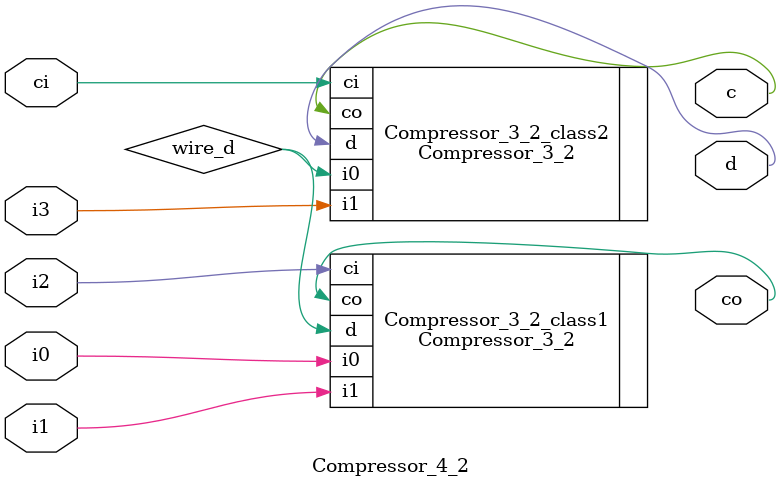
<source format=v>
`timescale 1ns / 1ps

module Compressor_4_2(i0,i1,i2,i3,ci,co,c,d);

input wire i0   ;
input wire i1   ;
input wire i2   ;
input wire i3   ;
input wire ci   ;
output wire co  ;
output wire c   ;
output wire d   ;

wire    wire_d      ;

Compressor_3_2 Compressor_3_2_class1(
    .i0     (i0     ),
    .i1     (i1     ),
    .ci     (i2     ),
    .co     (co     ),
    .d      (wire_d )
);

Compressor_3_2 Compressor_3_2_class2(
    .i0     (wire_d ),
    .i1     (i3     ),
    .ci     (ci     ),
    .co     (c      ),
    .d      (d      )
); 
endmodule
</source>
